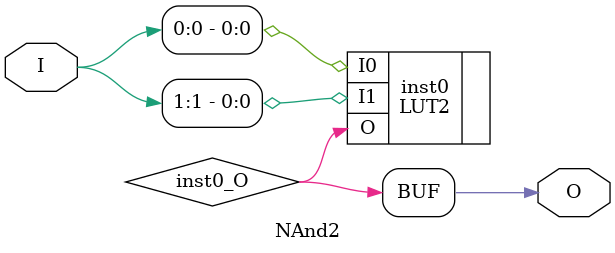
<source format=v>
module NAnd2 (input [1:0] I, output  O);
wire  inst0_O;
LUT2 #(.INIT(4'h7)) inst0 (.I0(I[0]), .I1(I[1]), .O(inst0_O));
assign O = inst0_O;
endmodule


</source>
